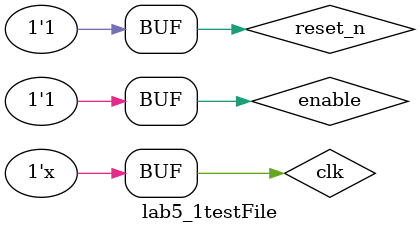
<source format=v>
`timescale 1ns / 1ps


module lab5_1testFile;

    reg clk;
    reg enable;
    reg reset_n;
    wire [7:0] Q;
    
    lab5_3 dut(.clk(clk), .enable(enable), .reset_n(reset_n), .Q(Q));
    
    always #1 clk = !clk ;
    
    initial
        begin
            clk = 1;
            enable = 0;
            reset_n = 0;
            #5;
            clk = 1;
            enable = 1;
            reset_n = 1;
            #495;
         end    
endmodule


</source>
